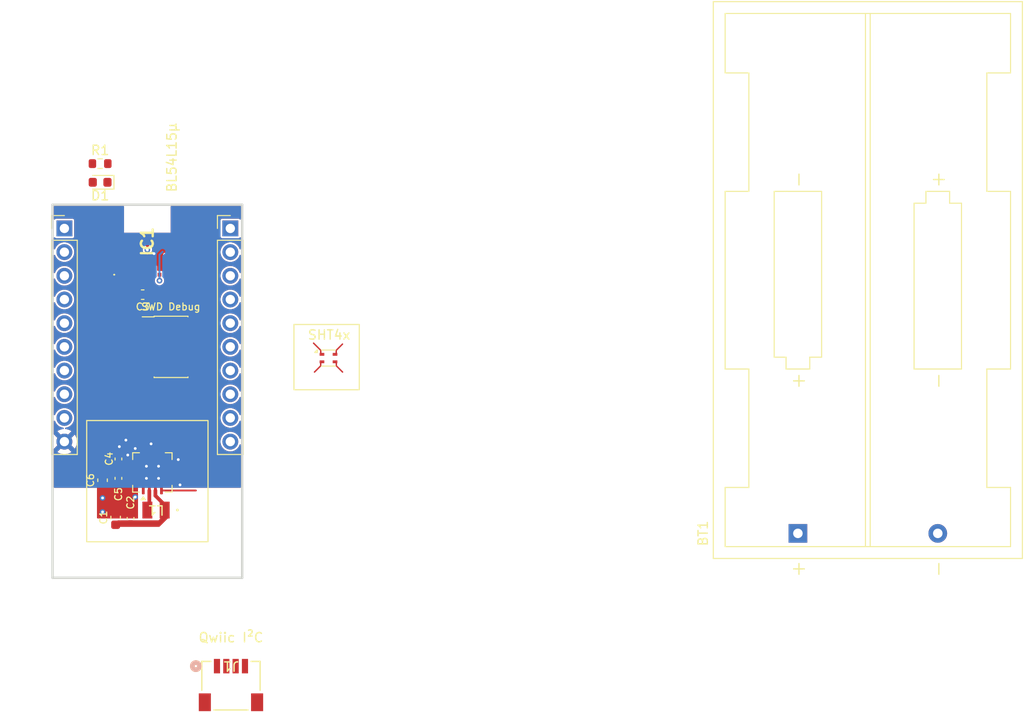
<source format=kicad_pcb>
(kicad_pcb (version 20241229) (generator "pcbnew") (generator_version "9.0")
  (layers (0 "F.Cu" signal) (2 "B.Cu" signal) (13 "F.Paste" user) (15 "B.Paste" user) (5 "F.SilkS" user "F.Silkscreen") (7 "B.SilkS" user "B.Silkscreen") (1 "F.Mask" user) (3 "B.Mask" user) (25 "Edge.Cuts" user))
  (property "REVISION" "2025v1")
  (property "TITLE" "nrf54 Hygrometer")
  (net 0 "")
  (net 1 "GND")
  (net 2 "Net-(D1-A)")
  (net 3 "/SCL")
  (net 5 "/SDA")
  (net 19 "VDD")
  (net 20 "/VBAT")
  (net 21 "/SHPHELD")
  (net 22 "VDDSW")
  (net 23 "/PG{slash}RESET")
  (net 24 "/VINT")
  (net 25 "/GPIO1")
  (net 26 "/SW")
  (net 28 "/LED")
  (net 29 "/SWO")
  (net 30 "/SWDCLK")
  (net 31 "/SWDIO")
  (net 32 "/NRESET")
  (net 49 "/P1.07")
  (net 50 "/P1.03")
  (net 51 "/P1.02")
  (net 52 "/P2.00")
  (net 53 "/P2.01")
  (net 54 "/P2.05")
  (net 55 "/P1.05")
  (net 56 "/P1.01")
  (net 57 "/P1.06")
  (net 58 "/P1.00")
  (net 59 "/GPIO0")
  (net 60 "/SYSGDEN")
  (net 61 "/P1.08")
  (footprint "Capacitor_SMD:C_0402_1005Metric" (layer "F.Cu") (at 105.79 106.8 -90)
    (property "Reference" "C5" (at 1.7 0 90) (layer "F.SilkS") (effects (font (size 0.75 0.75) (thickness 0.127) (bold yes))))
    (property "Value" "10nF")
    (fp_line (start -0.107836 0.36) (end 0.107836 0.36) (stroke (width 0.12)) (layer "F.SilkS"))
    (fp_line (start -0.107836 -0.36) (end 0.107836 -0.36) (stroke (width 0.12)) (layer "F.SilkS"))
    (pad "1" smd roundrect (at -0.48 0 270) (size 0.56 0.62) (layers "F.Cu" "F.Mask" "F.Paste") (net 24 "/VINT"))
    (pad "2" smd roundrect (at 0.48 0 270) (size 0.56 0.62) (layers "F.Cu" "F.Mask" "F.Paste") (net 1 "GND"))
  )
  (footprint "Ezurio 453-00223R:45300223R" (layer "F.Cu") (at 108.89 81.41 90)
    (property "Reference" "IC1" (at 0 0 90) (layer "F.SilkS") (effects (font (size 1.27 1.27) (thickness 0.254))))
    (property "Value" "nrf54L 453-00223R" (hide yes))
    (fp_line (start -3.55 -3.6) (end -3.55 -3.6) (stroke (width 0.1)) (layer "F.SilkS"))
    (fp_line (start -3.55 -3.5) (end -3.55 -3.5) (stroke (width 0.1)) (layer "F.SilkS"))
    (fp_line (start 3.95 -2.3) (end 3.95 2.3) (stroke (width 0.2)) (layer "F.SilkS"))
    (fp_arc (start -3.55 -3.6) (mid -3.5 -3.55) (end -3.55 -3.5) (stroke (width 0.1)) (layer "F.SilkS"))
    (fp_arc (start -3.55 -3.5) (mid -3.6 -3.55) (end -3.55 -3.6) (stroke (width 0.1)) (layer "F.SilkS"))
    (pad "1" smd rect (at -3.55 -2.75 180) (size 0.4 0.4) (layers "F.Cu" "F.Mask" "F.Paste") (net 54 "/P2.05"))
    (pad "2" smd rect (at -2.9 -2.75 180) (size 0.4 0.4) (layers "F.Cu" "F.Mask" "F.Paste") (net 52 "/P2.00"))
    (pad "3" smd rect (at -3.55 -2.1 180) (size 0.4 0.4) (layers "F.Cu" "F.Mask" "F.Paste") (net 61 "/P1.08"))
    (pad "4" smd rect (at -2.9 -2.1 180) (size 0.4 0.4) (layers "F.Cu" "F.Mask" "F.Paste") (net 1 "GND"))
    (pad "5" smd rect (at -3.55 -1.3 180) (size 0.4 0.4) (layers "F.Cu" "F.Mask" "F.Paste") (net 19 "VDD"))
    (pad "6" smd rect (at -2.9 -1.3 180) (size 0.4 0.4) (layers "F.Cu" "F.Mask" "F.Paste") (net 53 "/P2.01"))
    (pad "7" smd rect (at -3.55 -0.65 180) (size 0.4 0.4) (layers "F.Cu" "F.Mask" "F.Paste") (net 57 "/P1.06"))
    (pad "8" smd rect (at -2.9 -0.65 180) (size 0.4 0.4) (layers "F.Cu" "F.Mask" "F.Paste") (net 49 "/P1.07"))
    (pad "9" smd rect (at -3.55 0 180) (size 0.4 0.4) (layers "F.Cu" "F.Mask" "F.Paste") (net 50 "/P1.03"))
    (pad "10" smd rect (at -2.9 0 180) (size 0.4 0.4) (layers "F.Cu" "F.Mask" "F.Paste") (net 56 "/P1.01"))
    (pad "11" smd rect (at -3.55 0.65 180) (size 0.4 0.4) (layers "F.Cu" "F.Mask" "F.Paste") (net 51 "/P1.02"))
    (pad "12" smd rect (at -2.9 0.65 180) (size 0.4 0.4) (layers "F.Cu" "F.Mask" "F.Paste") (net 58 "/P1.00"))
    (pad "13" smd rect (at -3.55 1.3 180) (size 0.4 0.4) (layers "F.Cu" "F.Mask" "F.Paste") (net 29 "/SWO"))
    (pad "14" smd rect (at -2.9 1.3 180) (size 0.4 0.4) (layers "F.Cu" "F.Mask" "F.Paste") (net 1 "GND"))
    (pad "15" smd rect (at -3.55 2.1 180) (size 0.4 0.4) (layers "F.Cu" "F.Mask" "F.Paste") (net 55 "/P1.05"))
    (pad "16" smd rect (at -2.9 2.1 180) (size 0.4 0.4) (layers "F.Cu" "F.Mask" "F.Paste"))
    (pad "17" smd rect (at -3.55 2.75 180) (size 0.4 0.4) (layers "F.Cu" "F.Mask" "F.Paste") (net 3 "/SCL"))
    (pad "18" smd rect (at -2.9 2.75 180) (size 0.4 0.4) (layers "F.Cu" "F.Mask" "F.Paste") (net 5 "/SDA"))
    (pad "19" smd rect (at -2.25 2.75 180) (size 0.4 0.4) (layers "F.Cu" "F.Mask" "F.Paste"))
    (pad "20" smd rect (at -2.25 2.1 180) (size 0.4 0.4) (layers "F.Cu" "F.Mask" "F.Paste"))
    (pad "21" smd rect (at -1.6 2.75 180) (size 0.4 0.4) (layers "F.Cu" "F.Mask" "F.Paste") (net 28 "/LED"))
    (pad "22" smd rect (at -1.6 2.1 180) (size 0.4 0.4) (layers "F.Cu" "F.Mask" "F.Paste"))
    (pad "23" smd rect (at -0.95 2.75 180) (size 0.4 0.4) (layers "F.Cu" "F.Mask" "F.Paste"))
    (pad "24" smd rect (at -0.95 2.1 180) (size 0.4 0.4) (layers "F.Cu" "F.Mask" "F.Paste") (net 1 "GND"))
    (pad "25" smd rect (at -0.3 2.75 180) (size 0.4 0.4) (layers "F.Cu" "F.Mask" "F.Paste") (net 30 "/SWDCLK"))
    (pad "26" smd rect (at -0.3 2.1 180) (size 0.4 0.4) (layers "F.Cu" "F.Mask" "F.Paste"))
    (pad "27" smd rect (at 0.425 2.75 180) (size 0.4 0.4) (layers "F.Cu" "F.Mask" "F.Paste") (net 31 "/SWDIO"))
    (pad "28" smd rect (at 0.425 2.1 180) (size 0.4 0.4) (layers "F.Cu" "F.Mask" "F.Paste") (net 1 "GND"))
    (pad "29" smd rect (at -0.3 1.3 180) (size 0.4 0.4) (layers "F.Cu" "F.Mask" "F.Paste"))
    (pad "30" smd rect (at -0.3 0.65 180) (size 0.4 0.4) (layers "F.Cu" "F.Mask" "F.Paste"))
    (pad "31" smd rect (at 0.425 0.65 180) (size 0.4 0.4) (layers "F.Cu" "F.Mask" "F.Paste") (net 1 "GND"))
    (pad "32" smd rect (at -0.3 0 180) (size 0.4 0.4) (layers "F.Cu" "F.Mask" "F.Paste") (net 32 "/NRESET"))
    (pad "33" smd rect (at -0.3 -0.65 180) (size 0.4 0.4) (layers "F.Cu" "F.Mask" "F.Paste"))
    (pad "34" smd rect (at 0.425 -0.65 180) (size 0.4 0.4) (layers "F.Cu" "F.Mask" "F.Paste") (net 1 "GND"))
    (pad "35" smd rect (at -0.3 -1.3 180) (size 0.4 0.4) (layers "F.Cu" "F.Mask" "F.Paste"))
    (pad "36" smd rect (at 0.425 -2.1 180) (size 0.4 0.4) (layers "F.Cu" "F.Mask" "F.Paste") (net 1 "GND"))
    (pad "37" smd rect (at 0.425 -2.75 180) (size 0.4 0.4) (layers "F.Cu" "F.Mask" "F.Paste"))
    (pad "38" smd rect (at -0.3 -2.1 180) (size 0.4 0.4) (layers "F.Cu" "F.Mask" "F.Paste"))
    (pad "39" smd rect (at -0.3 -2.75 180) (size 0.4 0.4) (layers "F.Cu" "F.Mask" "F.Paste") (net 1 "GND"))
    (pad "40" smd rect (at -0.95 -2.1 180) (size 0.4 0.4) (layers "F.Cu" "F.Mask" "F.Paste"))
    (pad "41" smd rect (at -0.95 -2.75 180) (size 0.4 0.4) (layers "F.Cu" "F.Mask" "F.Paste"))
    (pad "42" smd rect (at -1.6 -2.1 180) (size 0.4 0.4) (layers "F.Cu" "F.Mask" "F.Paste"))
    (pad "43" smd rect (at -1.6 -2.75 180) (size 0.4 0.4) (layers "F.Cu" "F.Mask" "F.Paste"))
    (pad "44" smd rect (at -2.25 -2.1 180) (size 0.4 0.4) (layers "F.Cu" "F.Mask" "F.Paste") (net 1 "GND"))
    (pad "45" smd rect (at -2.25 -2.75 180) (size 0.4 0.4) (layers "F.Cu" "F.Mask" "F.Paste") (net 23 "/PG{slash}RESET"))
    (pad "46" smd rect (at 1.25 -2.75 180) (size 0.4 0.4) (layers "F.Cu" "F.Mask" "F.Paste") (net 1 "GND"))
    (pad "47" smd rect (at 2.4 -2.75 180) (size 0.4 0.4) (layers "F.Cu" "F.Mask" "F.Paste") (net 1 "GND"))
    (pad "48" smd rect (at 3.55 -2.75 180) (size 0.4 0.4) (layers "F.Cu" "F.Mask" "F.Paste") (net 1 "GND"))
    (pad "49" smd rect (at 1.25 2.75 180) (size 0.4 0.4) (layers "F.Cu" "F.Mask" "F.Paste") (net 1 "GND"))
    (pad "50" smd rect (at 2.4 2.75 180) (size 0.4 0.4) (layers "F.Cu" "F.Mask" "F.Paste") (net 1 "GND"))
    (pad "51" smd rect (at 3.55 2.75 180) (size 0.4 0.4) (layers "F.Cu" "F.Mask" "F.Paste") (net 1 "GND"))
    (zone (net 0) (net_name "") (layers "F.Cu" "B.Cu") (name "RF_Keepout") (connect_pads (clearance 0)) (min_thickness 0.25)
      (keepout (tracks not_allowed) (vias not_allowed) (pads not_allowed) (copperpour not_allowed) (footprints allowed))
      (fill (thermal_gap 0.5) (thermal_bridge_width 0.5))
      (polygon (pts (xy 106.39 80.46) (xy 106.39 77.46) (xy 111.39 77.46) (xy 111.39 80.46)))
    )
  )
  (footprint "LED_SMD:LED_0603_1608Metric" (layer "F.Cu") (at 103.8275 75.05 180)
    (property "Reference" "D1" (at 0 -1.43 0) (layer "F.SilkS"))
    (property "Value" "PWRLED")
    (fp_line (start 0.8 -0.735) (end -1.485 -0.735) (stroke (width 0.12)) (layer "F.SilkS"))
    (fp_line (start -1.485 0.735) (end 0.8 0.735) (stroke (width 0.12)) (layer "F.SilkS"))
    (fp_line (start -1.485 -0.735) (end -1.485 0.735) (stroke (width 0.12)) (layer "F.SilkS"))
    (pad "1" smd roundrect (at -0.7875 0 180) (size 0.875 0.95) (layers "F.Cu" "F.Mask" "F.Paste") (net 1 "GND"))
    (pad "2" smd roundrect (at 0.7875 0 180) (size 0.875 0.95) (layers "F.Cu" "F.Mask" "F.Paste") (net 2 "Net-(D1-A)"))
  )
  (footprint "CIGT201610EH2R2MNE:IND_CIGT2016_SAM" (layer "F.Cu") (at 109.8171 110.2 180)
    (property "Reference" "L1" (at 0 0 180) (layer "F.SilkS"))
    (property "Value" "2.2μH")
    (fp_circle (center -2.2987 0) (end -2.2225 0) (stroke (width 0.1524)) (fill no) (layer "F.SilkS"))
    (pad "1" smd rect (at -0.9271 0 180) (size 1.0668 1.8034) (layers "F.Cu" "F.Mask" "F.Paste") (net 20 "/VBAT"))
    (pad "2" smd rect (at 0.9271 0 180) (size 1.0668 1.8034) (layers "F.Cu" "F.Mask" "F.Paste") (net 26 "/SW"))
    (zone (net 0) (net_name "") (layer "F.Cu") (connect_pads (clearance 0)) (min_thickness 0.254)
      (keepout (tracks not_allowed) (vias not_allowed) (pads allowed) (copperpour not_allowed) (footprints allowed))
      (fill (thermal_gap 0.508) (thermal_bridge_width 0.508))
      (polygon (pts (xy 110.16 111.0509) (xy 109.4742 111.0509) (xy 109.4742 109.3491) (xy 110.16 109.3491)))
    )
  )
  (footprint "Battery:BatteryHolder_Keystone_2462_2xAA" (layer "F.Cu") (at 178.6 112.7 90)
    (property "Reference" "BT1" (at 0 -10.16 270) (layer "F.SilkS"))
    (property "Value" "Battery")
    (fp_line (start 57.02 -9.065) (end -2.69 -9.065) (stroke (width 0.12)) (layer "F.SilkS"))
    (fp_line (start -2.69 -9.065) (end -2.69 24.055) (stroke (width 0.12)) (layer "F.SilkS"))
    (fp_line (start 55.75 -7.795) (end 49.375 -7.795) (stroke (width 0.12)) (layer "F.SilkS"))
    (fp_line (start 55.75 -7.795) (end 55.75 22.785) (stroke (width 0.12)) (layer "F.SilkS"))
    (fp_line (start 49.375 -7.795) (end 49.375 -5.255) (stroke (width 0.12)) (layer "F.SilkS"))
    (fp_line (start 36.675 -7.795) (end 17.625 -7.795) (stroke (width 0.12)) (layer "F.SilkS"))
    (fp_line (start 17.625 -7.795) (end 17.625 -5.255) (stroke (width 0.12)) (layer "F.SilkS"))
    (fp_line (start 4.925 -7.795) (end -1.42 -7.795) (stroke (width 0.12)) (layer "F.SilkS"))
    (fp_line (start -1.42 -7.795) (end -1.42 22.785) (stroke (width 0.12)) (layer "F.SilkS"))
    (fp_line (start 49.375 -5.255) (end 36.675 -5.255) (stroke (width 0.12)) (layer "F.SilkS"))
    (fp_line (start 36.675 -5.255) (end 36.675 -7.795) (stroke (width 0.12)) (layer "F.SilkS"))
    (fp_line (start 4.925 -5.255) (end 4.925 -7.795) (stroke (width 0.12)) (layer "F.SilkS"))
    (fp_line (start 4.925 -5.255) (end 17.625 -5.255) (stroke (width 0.12)) (layer "F.SilkS"))
    (fp_line (start 36.675 -2.54) (end 36.675 -1.27) (stroke (width 0.12)) (layer "F.SilkS"))
    (fp_line (start 18.895 -2.54) (end 36.675 -2.54) (stroke (width 0.12)) (layer "F.SilkS"))
    (fp_line (start 36.675 -1.27) (end 36.675 2.54) (stroke (width 0.12)) (layer "F.SilkS"))
    (fp_line (start 18.895 -1.27) (end 18.895 -2.54) (stroke (width 0.12)) (layer "F.SilkS"))
    (fp_line (start 17.625 -1.27) (end 18.895 -1.27) (stroke (width 0.12)) (layer "F.SilkS"))
    (fp_line (start 18.895 1.27) (end 17.625 1.27) (stroke (width 0.12)) (layer "F.SilkS"))
    (fp_line (start 17.625 1.27) (end 17.625 -1.27) (stroke (width 0.12)) (layer "F.SilkS"))
    (fp_line (start 36.675 2.54) (end 18.895 2.54) (stroke (width 0.12)) (layer "F.SilkS"))
    (fp_line (start 18.895 2.54) (end 18.895 1.27) (stroke (width 0.12)) (layer "F.SilkS"))
    (fp_line (start -1.42 7.241) (end 55.75 7.241) (stroke (width 0.12)) (layer "F.SilkS"))
    (fp_line (start 55.75 7.749) (end -1.42 7.749) (stroke (width 0.12)) (layer "F.SilkS"))
    (fp_line (start 35.405 12.45) (end 35.405 13.72) (stroke (width 0.12)) (layer "F.SilkS"))
    (fp_line (start 17.625 12.45) (end 35.405 12.45) (stroke (width 0.12)) (layer "F.SilkS"))
    (fp_line (start 36.675 13.72) (end 36.675 16.26) (stroke (width 0.12)) (layer "F.SilkS"))
    (fp_line (start 35.405 13.72) (end 36.675 13.72) (stroke (width 0.12)) (layer "F.SilkS"))
    (fp_line (start 36.675 16.26) (end 35.405 16.26) (stroke (width 0.12)) (layer "F.SilkS"))
    (fp_line (start 35.405 16.26) (end 35.405 17.53) (stroke (width 0.12)) (layer "F.SilkS"))
    (fp_line (start 35.405 17.53) (end 17.625 17.53) (stroke (width 0.12)) (layer "F.SilkS"))
    (fp_line (start 17.625 17.53) (end 17.625 12.45) (stroke (width 0.12)) (layer "F.SilkS"))
    (fp_line (start 49.375 20.245) (end 36.675 20.245) (stroke (width 0.12)) (layer "F.SilkS"))
    (fp_line (start 17.625 20.245) (end 17.625 22.785) (stroke (width 0.12)) (layer "F.SilkS"))
    (fp_line (start 4.925 20.245) (end 17.625 20.245) (stroke (width 0.12)) (layer "F.SilkS"))
    (fp_line (start 55.75 22.785) (end 49.375 22.785) (stroke (width 0.12)) (layer "F.SilkS"))
    (fp_line (start 49.375 22.785) (end 49.375 20.245) (stroke (width 0.12)) (layer "F.SilkS"))
    (fp_line (start 36.675 22.785) (end 36.675 20.245) (stroke (width 0.12)) (layer "F.SilkS"))
    (fp_line (start 17.625 22.785) (end 36.675 22.785) (stroke (width 0.12)) (layer "F.SilkS"))
    (fp_line (start 4.925 22.785) (end 4.925 20.245) (stroke (width 0.12)) (layer "F.SilkS"))
    (fp_line (start -1.42 22.785) (end 4.925 22.785) (stroke (width 0.12)) (layer "F.SilkS"))
    (fp_line (start 57.02 24.055) (end 57.02 -9.065) (stroke (width 0.12)) (layer "F.SilkS"))
    (fp_line (start -2.69 24.055) (end 57.02 24.055) (stroke (width 0.12)) (layer "F.SilkS"))
    (fp_text user "-" (at 37.945 0 90) (layer "F.SilkS") (effects (font (size 1.5 1.5))))
    (fp_text user "+" (at 37.945 14.99 90) (layer "F.SilkS") (effects (font (size 1.5 1.5))))
    (fp_text user "-" (at -3.81 14.99 90) (layer "F.SilkS") (effects (font (size 1.5 1.5))))
    (fp_text user "+" (at 16.355 0 90) (layer "F.SilkS") (effects (font (size 1.5 1.5))))
    (fp_text user "-" (at 16.355 14.99 90) (layer "F.SilkS") (effects (font (size 1.5 1.5))))
    (fp_text user "+" (at -3.81 0 90) (layer "F.SilkS") (effects (font (size 1.5 1.5))))
    (pad "" np_thru_hole circle (at 27.165 0 90) (size 3.3 3.3) (drill 3.3) (layers "*.Cu" "*.Mask"))
    (pad "" np_thru_hole circle (at 27.165 14.99 90) (size 3.3 3.3) (drill 3.3) (layers "*.Cu" "*.Mask"))
    (pad "1" thru_hole rect (at 0 0 90) (size 2 2) (drill 1.02) (layers "*.Cu" "*.Mask") (net 20 "/VBAT"))
    (pad "2" thru_hole circle (at 0 14.99 90) (size 2 2) (drill 1.02) (layers "*.Cu" "*.Mask") (net 1 "GND"))
  )
  (footprint "Capacitor_SMD:C_0603_1608Metric" (layer "F.Cu") (at 105.49 111 90)
    (property "Reference" "C1" (at 0 -1.3 90) (layer "F.SilkS") (effects (font (size 0.75 0.75) (thickness 0.127) (bold yes))))
    (property "Value" "22μF")
    (fp_line (start -0.14058 -0.51) (end 0.14058 -0.51) (stroke (width 0.12)) (layer "F.SilkS"))
    (fp_line (start -0.14058 0.51) (end 0.14058 0.51) (stroke (width 0.12)) (layer "F.SilkS"))
    (pad "1" smd roundrect (at -0.775 0 90) (size 0.9 0.95) (layers "F.Cu" "F.Mask" "F.Paste") (net 20 "/VBAT"))
    (pad "2" smd roundrect (at 0.775 0 90) (size 0.9 0.95) (layers "F.Cu" "F.Mask" "F.Paste") (net 1 "GND"))
  )
  (footprint "Sensor_Humidity:Sensirion_DFN-4_1.5x1.5mm_P0.8mm_SHT4x_NoCentralPad" (layer "F.Cu") (at 128.3 93.9)
    (property "Reference" "U3" (hide yes))
    (property "Value" "SHT4x")
    (fp_line (start -0.75 -0.86) (end 0.75 -0.86) (stroke (width 0.12)) (layer "F.SilkS"))
    (fp_line (start -0.75 0.86) (end 0.75 0.86) (stroke (width 0.12)) (layer "F.SilkS"))
    (fp_poly (pts (xy -1.2 -0.6) (xy -1.48 -0.6) (xy -1.2 -0.88) (xy -1.2 -0.6)) (stroke (width 0.12)) (fill yes) (layer "F.SilkS"))
    (pad "1" smd rect (at -0.7 -0.4) (size 0.5 0.3) (layers "F.Cu" "F.Mask" "F.Paste") (net 5 "/SDA"))
    (pad "2" smd rect (at -0.7 0.4) (size 0.5 0.3) (layers "F.Cu" "F.Mask" "F.Paste") (net 3 "/SCL"))
    (pad "3" smd rect (at 0.7 0.4) (size 0.5 0.3) (layers "F.Cu" "F.Mask" "F.Paste") (net 22 "VDDSW"))
    (pad "4" smd rect (at 0.7 -0.4) (size 0.5 0.3) (layers "F.Cu" "F.Mask" "F.Paste") (net 1 "GND"))
    (zone (net 0) (net_name "") (layer "F.Cu") (connect_pads (clearance 0)) (min_thickness 0.254)
      (keepout (tracks not_allowed) (vias not_allowed) (pads allowed) (copperpour not_allowed) (footprints allowed))
      (fill (thermal_gap 0.508) (thermal_bridge_width 0.508))
      (polygon (pts (xy 129.05 93.35) (xy 128.75 93.35) (xy 128.75 93.65) (xy 129.05 93.65) (xy 129.05 94.15) (xy 128.75 94.15) (xy 128.75 94.45) (xy 129.05 94.45) (xy 129.05 94.65) (xy 127.55 94.65) (xy 127.55 94.45) (xy 127.85 94.45) (xy 127.85 94.15) (xy 127.55 94.15) (xy 127.55 93.65) (xy 127.85 93.65) (xy 127.85 93.35) (xy 127.55 93.35) (xy 127.55 93.15) (xy 129.05 93.15)))
    )
  )
  (footprint "Connector_PinHeader_1.27mm:PinHeader_2x05_P1.27mm_Vertical_SMD" (layer "F.Cu") (at 111.43 92.7)
    (property "Reference" "J2" (hide yes))
    (property "Value" "Conn_ARM_JTAG_SWD_10")
    (property "Field4" "SWD Debug" (at -0.03 -4.3 0) (layer "F.SilkS") (effects (font (size 0.75 0.75) (thickness 0.127))))
    (fp_line (start -3.09 -3.22) (end -1.815 -3.22) (stroke (width 0.12)) (layer "F.SilkS"))
    (fp_line (start -1.815 -3.285) (end -1.815 -3.22) (stroke (width 0.12)) (layer "F.SilkS"))
    (fp_line (start -1.815 -3.285) (end 1.815 -3.285) (stroke (width 0.12)) (layer "F.SilkS"))
    (fp_line (start -1.815 3.22) (end -1.815 3.285) (stroke (width 0.12)) (layer "F.SilkS"))
    (fp_line (start -1.815 3.285) (end 1.815 3.285) (stroke (width 0.12)) (layer "F.SilkS"))
    (fp_line (start 1.815 -3.285) (end 1.815 -3.22) (stroke (width 0.12)) (layer "F.SilkS"))
    (fp_line (start 1.815 3.22) (end 1.815 3.285) (stroke (width 0.12)) (layer "F.SilkS"))
    (pad "1" smd rect (at -1.95 -2.54) (size 2.4 0.74) (layers "F.Cu" "F.Mask" "F.Paste") (net 19 "VDD"))
    (pad "2" smd rect (at 1.95 -2.54) (size 2.4 0.74) (layers "F.Cu" "F.Mask" "F.Paste") (net 31 "/SWDIO"))
    (pad "3" smd rect (at -1.95 -1.27) (size 2.4 0.74) (layers "F.Cu" "F.Mask" "F.Paste") (net 1 "GND"))
    (pad "4" smd rect (at 1.95 -1.27) (size 2.4 0.74) (layers "F.Cu" "F.Mask" "F.Paste") (net 30 "/SWDCLK"))
    (pad "5" smd rect (at -1.95 0) (size 2.4 0.74) (layers "F.Cu" "F.Mask" "F.Paste") (net 1 "GND"))
    (pad "6" smd rect (at 1.95 0) (size 2.4 0.74) (layers "F.Cu" "F.Mask" "F.Paste") (net 29 "/SWO"))
    (pad "7" smd rect (at -1.95 1.27) (size 2.4 0.74) (layers "F.Cu" "F.Mask" "F.Paste"))
    (pad "8" smd rect (at 1.95 1.27) (size 2.4 0.74) (layers "F.Cu" "F.Mask" "F.Paste"))
    (pad "9" smd rect (at -1.95 2.54) (size 2.4 0.74) (layers "F.Cu" "F.Mask" "F.Paste") (net 1 "GND"))
    (pad "10" smd rect (at 1.95 2.54) (size 2.4 0.74) (layers "F.Cu" "F.Mask" "F.Paste") (net 32 "/NRESET"))
  )
  (footprint "Capacitor_SMD:C_0402_1005Metric" (layer "F.Cu") (at 107.09 111.1 90)
    (property "Reference" "C2" (at 1.7 0 90) (layer "F.SilkS") (effects (font (size 0.75 0.75) (thickness 0.127) (bold yes))))
    (property "Value" "10nF")
    (fp_line (start -0.107836 -0.36) (end 0.107836 -0.36) (stroke (width 0.12)) (layer "F.SilkS"))
    (fp_line (start -0.107836 0.36) (end 0.107836 0.36) (stroke (width 0.12)) (layer "F.SilkS"))
    (pad "1" smd roundrect (at -0.48 0 90) (size 0.56 0.62) (layers "F.Cu" "F.Mask" "F.Paste") (net 20 "/VBAT"))
    (pad "2" smd roundrect (at 0.48 0 90) (size 0.56 0.62) (layers "F.Cu" "F.Mask" "F.Paste") (net 1 "GND"))
  )
  (footprint "Capacitor_SMD:C_0603_1608Metric" (layer "F.Cu") (at 108.39 87.1)
    (property "Reference" "C3" (at 0 1.3 0) (layer "F.SilkS") (effects (font (size 0.75 0.75) (thickness 0.127) (bold yes))))
    (property "Value" "10uF")
    (fp_line (start -0.14058 -0.51) (end 0.14058 -0.51) (stroke (width 0.12)) (layer "F.SilkS"))
    (fp_line (start -0.14058 0.51) (end 0.14058 0.51) (stroke (width 0.12)) (layer "F.SilkS"))
    (pad "1" smd roundrect (at -0.775 0) (size 0.9 0.95) (layers "F.Cu" "F.Mask" "F.Paste") (net 19 "VDD"))
    (pad "2" smd roundrect (at 0.775 0) (size 0.9 0.95) (layers "F.Cu" "F.Mask" "F.Paste") (net 1 "GND"))
  )
  (footprint "SM04B_SRSS_TB:CONN_SM04B-SRSS-TB_JST" (layer "F.Cu") (at 117.850001 129.033499 180)
    (property "Reference" "J1" (at 0 2.0985 180) (layer "F.SilkS"))
    (property "Value" "Conn_Qwiic")
    (fp_line (start 3.1242 2.6035) (end 3.1242 -0.491261) (stroke (width 0.1524)) (layer "F.SilkS"))
    (fp_line (start 2.16294 2.6035) (end 3.1242 2.6035) (stroke (width 0.1524)) (layer "F.SilkS"))
    (fp_line (start 1.819559 -2.6035) (end -1.819559 -2.6035) (stroke (width 0.1524)) (layer "F.SilkS"))
    (fp_line (start -3.1242 2.6035) (end -2.16294 2.6035) (stroke (width 0.1524)) (layer "F.SilkS"))
    (fp_line (start -3.1242 -0.491261) (end -3.1242 2.6035) (stroke (width 0.1524)) (layer "F.SilkS"))
    (fp_circle (center 3.7592 2.0985) (end 4.1402 2.0985) (stroke (width 0.508)) (fill no) (layer "F.SilkS"))
    (fp_circle (center 3.7592 2.0985) (end 4.1402 2.0985) (stroke (width 0.508)) (fill no) (layer "B.SilkS"))
    (pad "1" smd rect (at 1.5 2.0985 180) (size 0.6604 1.5494) (layers "F.Cu" "F.Mask" "F.Paste") (net 1 "GND"))
    (pad "2" smd rect (at 0.499999 2.0985 180) (size 0.6604 1.5494) (layers "F.Cu" "F.Mask" "F.Paste") (net 22 "VDDSW"))
    (pad "3" smd rect (at -0.499999 2.0985 180) (size 0.6604 1.5494) (layers "F.Cu" "F.Mask" "F.Paste") (net 5 "/SDA"))
    (pad "4" smd rect (at -1.5 2.0985 180) (size 0.6604 1.5494) (layers "F.Cu" "F.Mask" "F.Paste") (net 3 "/SCL"))
    (pad "5" smd rect (at -2.799999 -1.776501 270) (size 1.905 1.2954) (layers "F.Cu" "F.Mask" "F.Paste") (net 1 "GND"))
    (pad "6" smd rect (at 2.799999 -1.776501 270) (size 1.905 1.2954) (layers "F.Cu" "F.Mask" "F.Paste") (net 1 "GND"))
  )
  (footprint "Capacitor_SMD:C_0402_1005Metric" (layer "F.Cu") (at 105.79 104.72 90)
    (property "Reference" "C4" (at 0.02 -1 90) (layer "F.SilkS") (effects (font (size 0.75 0.75) (thickness 0.127) (bold yes))))
    (property "Value" "2.2μF")
    (fp_line (start -0.107836 -0.36) (end 0.107836 -0.36) (stroke (width 0.12)) (layer "F.SilkS"))
    (fp_line (start -0.107836 0.36) (end 0.107836 0.36) (stroke (width 0.12)) (layer "F.SilkS"))
    (pad "1" smd roundrect (at -0.48 0 90) (size 0.56 0.62) (layers "F.Cu" "F.Mask" "F.Paste") (net 19 "VDD"))
    (pad "2" smd roundrect (at 0.48 0 90) (size 0.56 0.62) (layers "F.Cu" "F.Mask" "F.Paste") (net 1 "GND"))
  )
  (footprint "Capacitor_SMD:C_0603_1608Metric" (layer "F.Cu") (at 104.09 107 -90)
    (property "Reference" "C6" (at 0 1.3 90) (layer "F.SilkS") (effects (font (size 0.75 0.75) (thickness 0.127) (bold yes))))
    (property "Value" "22μF")
    (fp_line (start -0.14058 0.51) (end 0.14058 0.51) (stroke (width 0.12)) (layer "F.SilkS"))
    (fp_line (start -0.14058 -0.51) (end 0.14058 -0.51) (stroke (width 0.12)) (layer "F.SilkS"))
    (pad "1" smd roundrect (at -0.775 0 270) (size 0.9 0.95) (layers "F.Cu" "F.Mask" "F.Paste") (net 24 "/VINT"))
    (pad "2" smd roundrect (at 0.775 0 270) (size 0.9 0.95) (layers "F.Cu" "F.Mask" "F.Paste") (net 1 "GND"))
  )
  (footprint "Connector_PinHeader_2.54mm:PinHeader_1x10_P2.54mm_Vertical" (layer "F.Cu") (at 100 80)
    (property "Reference" "J3" (hide yes))
    (property "Value" "Conn_01x10_Pin")
    (fp_line (start -1.38 -1.38) (end 0 -1.38) (stroke (width 0.12)) (layer "F.SilkS"))
    (fp_line (start -1.38 0) (end -1.38 -1.38) (stroke (width 0.12)) (layer "F.SilkS"))
    (fp_line (start -1.38 1.27) (end -1.38 24.24) (stroke (width 0.12)) (layer "F.SilkS"))
    (fp_line (start -1.38 1.27) (end 1.38 1.27) (stroke (width 0.12)) (layer "F.SilkS"))
    (fp_line (start -1.38 24.24) (end 1.38 24.24) (stroke (width 0.12)) (layer "F.SilkS"))
    (fp_line (start 1.38 1.27) (end 1.38 24.24) (stroke (width 0.12)) (layer "F.SilkS"))
    (pad "1" thru_hole rect (at 0 0) (size 1.7 1.7) (drill 1) (layers "*.Cu" "*.Mask"))
    (pad "2" thru_hole circle (at 0 2.54) (size 1.7 1.7) (drill 1) (layers "*.Cu" "*.Mask"))
    (pad "3" thru_hole circle (at 0 5.08) (size 1.7 1.7) (drill 1) (layers "*.Cu" "*.Mask"))
    (pad "4" thru_hole circle (at 0 7.62) (size 1.7 1.7) (drill 1) (layers "*.Cu" "*.Mask"))
    (pad "5" thru_hole circle (at 0 10.16) (size 1.7 1.7) (drill 1) (layers "*.Cu" "*.Mask"))
    (pad "6" thru_hole circle (at 0 12.7) (size 1.7 1.7) (drill 1) (layers "*.Cu" "*.Mask"))
    (pad "7" thru_hole circle (at 0 15.24) (size 1.7 1.7) (drill 1) (layers "*.Cu" "*.Mask"))
    (pad "8" thru_hole circle (at 0 17.78) (size 1.7 1.7) (drill 1) (layers "*.Cu" "*.Mask"))
    (pad "9" thru_hole circle (at 0 20.32) (size 1.7 1.7) (drill 1) (layers "*.Cu" "*.Mask"))
    (pad "10" thru_hole circle (at 0 22.86) (size 1.7 1.7) (drill 1) (layers "*.Cu" "*.Mask") (net 1 "GND"))
  )
  (footprint "Package_DFN_QFN:UQFN-16-1EP_4x4mm_P0.65mm_EP2.6x2.6mm" (layer "F.Cu") (at 109.4275 106.165 90)
    (property "Reference" "U2" (hide yes))
    (property "Value" "nPM2100-QEXX")
    (property "Description" "" (at 4.365 -0.6375 180) (layer "F.SilkS"))
    (fp_line (start 2.11 -2.11) (end 2.11 -1.385) (stroke (width 0.12)) (layer "F.SilkS"))
    (fp_line (start 1.385 -2.11) (end 2.11 -2.11) (stroke (width 0.12)) (layer "F.SilkS"))
    (fp_line (start -2.11 -2.11) (end -1.385 -2.11) (stroke (width 0.12)) (layer "F.SilkS"))
    (fp_line (start -2.11 -1.385) (end -2.11 -2.11) (stroke (width 0.12)) (layer "F.SilkS"))
    (fp_line (start 2.11 1.385) (end 2.11 2.11) (stroke (width 0.12)) (layer "F.SilkS"))
    (fp_line (start 2.11 2.11) (end 1.385 2.11) (stroke (width 0.12)) (layer "F.SilkS"))
    (fp_line (start -1.385 2.11) (end -2.11 2.11) (stroke (width 0.12)) (layer "F.SilkS"))
    (fp_line (start -2.11 2.11) (end -2.11 1.385) (stroke (width 0.12)) (layer "F.SilkS"))
    (fp_poly (pts (xy -2.61 -0.98) (xy -2.94 -0.74) (xy -2.94 -1.22)) (stroke (width 0.12)) (fill yes) (layer "F.SilkS"))
    (pad "1" smd roundrect (at -1.9375 -0.975 90) (size 0.825 0.3) (layers "F.Cu" "F.Mask" "F.Paste"))
    (pad "2" smd roundrect (at -1.9375 -0.325 90) (size 0.825 0.3) (layers "F.Cu" "F.Mask" "F.Paste") (net 26 "/SW"))
    (pad "3" smd roundrect (at -1.9375 0.325 90) (size 0.825 0.3) (layers "F.Cu" "F.Mask" "F.Paste") (net 20 "/VBAT"))
    (pad "4" smd roundrect (at -1.9375 0.975 90) (size 0.825 0.3) (layers "F.Cu" "F.Mask" "F.Paste") (net 21 "/SHPHELD"))
    (pad "5" smd roundrect (at -0.975 1.9375 90) (size 0.3 0.825) (layers "F.Cu" "F.Mask" "F.Paste") (net 59 "/GPIO0"))
    (pad "6" smd roundrect (at -0.325 1.9375 90) (size 0.3 0.825) (layers "F.Cu" "F.Mask" "F.Paste") (net 5 "/SDA"))
    (pad "7" smd roundrect (at 0.325 1.9375 90) (size 0.3 0.825) (layers "F.Cu" "F.Mask" "F.Paste") (net 3 "/SCL"))
    (pad "8" smd roundrect (at 0.975 1.9375 90) (size 0.3 0.825) (layers "F.Cu" "F.Mask" "F.Paste") (net 60 "/SYSGDEN"))
    (pad "9" smd roundrect (at 1.9375 0.975 90) (size 0.825 0.3) (layers "F.Cu" "F.Mask" "F.Paste") (net 25 "/GPIO1"))
    (pad "10" smd roundrect (at 1.9375 0.325 90) (size 0.825 0.3) (layers "F.Cu" "F.Mask" "F.Paste") (net 23 "/PG{slash}RESET"))
    (pad "11" smd roundrect (at 1.9375 -0.325 90) (size 0.825 0.3) (layers "F.Cu" "F.Mask" "F.Paste") (net 1 "GND"))
    (pad "12" smd roundrect (at 1.9375 -0.975 90) (size 0.825 0.3) (layers "F.Cu" "F.Mask" "F.Paste") (net 22 "VDDSW"))
    (pad "13" smd roundrect (at 0.975 -1.9375 90) (size 0.3 0.825) (layers "F.Cu" "F.Mask" "F.Paste") (net 19 "VDD"))
    (pad "14" smd roundrect (at 0.325 -1.9375 90) (size 0.3 0.825) (layers "F.Cu" "F.Mask" "F.Paste") (net 24 "/VINT"))
    (pad "15" smd roundrect (at -0.325 -1.9375 90) (size 0.3 0.825) (layers "F.Cu" "F.Mask" "F.Paste") (net 24 "/VINT"))
    (pad "16" smd roundrect (at -0.975 -1.9375 90) (size 0.3 0.825) (layers "F.Cu" "F.Mask" "F.Paste") (net 1 "GND"))
    (pad "17" smd rect (at 0 0 90) (size 2.6 2.6) (property pad_prop_heatsink) (layers "F.Cu" "F.Mask") (net 1 "GND"))
  )
  (footprint "Resistor_SMD:R_0603_1608Metric" (layer "F.Cu") (at 103.8275 73.05)
    (property "Reference" "R1" (at 0 -1.43 0) (layer "F.SilkS"))
    (property "Value" "2K")
    (fp_line (start -0.237258 -0.5225) (end 0.237258 -0.5225) (stroke (width 0.12)) (layer "F.SilkS"))
    (fp_line (start -0.237258 0.5225) (end 0.237258 0.5225) (stroke (width 0.12)) (layer "F.SilkS"))
    (pad "1" smd roundrect (at -0.825 0) (size 0.8 0.95) (layers "F.Cu" "F.Mask" "F.Paste") (net 28 "/LED"))
    (pad "2" smd roundrect (at 0.825 0) (size 0.8 0.95) (layers "F.Cu" "F.Mask" "F.Paste") (net 2 "Net-(D1-A)"))
  )
  (footprint "Connector_PinHeader_2.54mm:PinHeader_1x10_P2.54mm_Vertical" (layer "F.Cu") (at 117.78 80)
    (property "Reference" "J4" (hide yes))
    (property "Value" "Conn_01x10_Pin")
    (fp_line (start -1.38 -1.38) (end 0 -1.38) (stroke (width 0.12)) (layer "F.SilkS"))
    (fp_line (start -1.38 0) (end -1.38 -1.38) (stroke (width 0.12)) (layer "F.SilkS"))
    (fp_line (start -1.38 1.27) (end -1.38 24.24) (stroke (width 0.12)) (layer "F.SilkS"))
    (fp_line (start -1.38 1.27) (end 1.38 1.27) (stroke (width 0.12)) (layer "F.SilkS"))
    (fp_line (start -1.38 24.24) (end 1.38 24.24) (stroke (width 0.12)) (layer "F.SilkS"))
    (fp_line (start 1.38 1.27) (end 1.38 24.24) (stroke (width 0.12)) (layer "F.SilkS"))
    (pad "1" thru_hole rect (at 0 0) (size 1.7 1.7) (drill 1) (layers "*.Cu" "*.Mask") (net 32 "/NRESET"))
    (pad "2" thru_hole circle (at 0 2.54) (size 1.7 1.7) (drill 1) (layers "*.Cu" "*.Mask") (net 31 "/SWDIO"))
    (pad "3" thru_hole circle (at 0 5.08) (size 1.7 1.7) (drill 1) (layers "*.Cu" "*.Mask") (net 30 "/SWDCLK"))
    (pad "4" thru_hole circle (at 0 7.62) (size 1.7 1.7) (drill 1) (layers "*.Cu" "*.Mask") (net 29 "/SWO"))
    (pad "5" thru_hole circle (at 0 10.16) (size 1.7 1.7) (drill 1) (layers "*.Cu" "*.Mask") (net 28 "/LED"))
    (pad "6" thru_hole circle (at 0 12.7) (size 1.7 1.7) (drill 1) (layers "*.Cu" "*.Mask") (net 5 "/SDA"))
    (pad "7" thru_hole circle (at 0 15.24) (size 1.7 1.7) (drill 1) (layers "*.Cu" "*.Mask") (net 3 "/SCL"))
    (pad "8" thru_hole circle (at 0 17.78) (size 1.7 1.7) (drill 1) (layers "*.Cu" "*.Mask"))
    (pad "9" thru_hole circle (at 0 20.32) (size 1.7 1.7) (drill 1) (layers "*.Cu" "*.Mask"))
    (pad "10" thru_hole circle (at 0 22.86) (size 1.7 1.7) (drill 1) (layers "*.Cu" "*.Mask"))
  )
  (gr_rect (start 102.39 100.6) (end 115.39 113.6) (stroke (width 0.127)) (fill no) (layer "F.SilkS"))
  (gr_rect (start 124.6 90.3) (end 131.6 97.3) (stroke (width 0.127)) (fill no) (layer "F.SilkS"))
  (gr_line (start 119.05 77.46) (end 119.05 117.46) (stroke (width 0.254)) (layer "Edge.Cuts"))
  (gr_line (start 98.73 117.46) (end 119.05 117.46) (stroke (width 0.254)) (layer "Edge.Cuts"))
  (gr_line (start 98.73 77.46) (end 119.05 77.46) (stroke (width 0.254)) (layer "Edge.Cuts"))
  (gr_line (start 98.73 77.46) (end 98.73 117.46) (stroke (width 0.254)) (layer "Edge.Cuts"))
  (gr_text "SHT4x" (at 126 92 0) (layer "F.SilkS") (effects (font (size 1 1)) (justify left bottom)))
  (gr_text "Qwiic I²C" (at 114.3 124.46 0) (layer "F.SilkS") (effects (font (size 1 1)) (justify left bottom)))
  (gr_text "BL54L15μ" (at 112.1 76.2 90) (layer "F.SilkS") (effects (font (size 1 1)) (justify left bottom)))
  (segment (start 129.1272 93.381978) (end 129.1272 93.0728) (width 0.1524) (layer "F.Cu") (net 1))
  (segment (start 129.009178 93.5) (end 129.1272 93.381978) (width 0.1524) (layer "F.Cu") (net 1))
  (segment (start 129.1272 93.0728) (end 129.8 92.4) (width 0.1524) (layer "F.Cu") (net 1))
  (segment (start 129 93.5) (end 129.009178 93.5) (width 0.1524) (layer "F.Cu") (net 1))
  (via (at 112.2 104.79) (size 0.6) (drill 0.3) (layers "F.Cu" "B.Cu") (net 1))
  (via (at 104.09 108.9) (size 0.6) (drill 0.3) (layers "F.Cu" "B.Cu") (net 1))
  (via (at 110.09 106.8) (size 0.6) (drill 0.3) (layers "F.Cu" "B.Cu") (net 1))
  (via (at 106.79 104.3) (size 0.6) (drill 0.3) (layers "F.Cu" "B.Cu") (net 1))
  (via (at 108.79 105.5) (size 0.6) (drill 0.3) (layers "F.Cu" "B.Cu") (net 1))
  (via (at 110.09 105.5) (size 0.6) (drill 0.3) (layers "F.Cu" "B.Cu") (net 1))
  (via (at 107.59 108.8) (size 0.6) (drill 0.3) (layers "F.Cu" "B.Cu") (net 1))
  (via (at 112.39 107.5) (size 0.6) (drill 0.3) (layers "F.Cu" "B.Cu") (net 1))
  (via (at 104.09 110.4) (size 0.6) (drill 0.3) (layers "F.Cu" "B.Cu") (net 1))
  (via (at 106.59 102.7) (size 0.6) (drill 0.3) (layers "F.Cu" "B.Cu") (net 1))
  (via (at 109.604475 82.698999) (size 0.6) (drill 0.3) (layers "F.Cu" "B.Cu") (net 1))
  (via (at 109.29 103.1) (size 0.6) (drill 0.3) (layers "F.Cu" "B.Cu") (net 1))
  (via (at 108.79 106.8) (size 0.6) (drill 0.3) (layers "F.Cu" "B.Cu") (net 1))
  (via (at 105.89 103.4) (size 0.6) (drill 0.3) (layers "F.Cu" "B.Cu") (net 1))
  (via (at 107.59 103.6) (size 0.6) (drill 0.3) (layers "F.Cu" "B.Cu") (net 1))
  (segment (start 111.365 105.84) (end 111.515 105.99) (width 0.2) (layer "F.Cu") (net 3))
  (segment (start 111.515 105.99) (end 113.6 105.99) (width 0.2) (layer "F.Cu") (net 3))
  (segment (start 127.464207 94.426615) (end 127.464207 94.735793) (width 0.1524) (layer "F.Cu") (net 3))
  (segment (start 127.6 94.3) (end 127.590822 94.3) (width 0.1524) (layer "F.Cu") (net 3))
  (segment (start 127.464207 94.735793) (end 126.8 95.4) (width 0.1524) (layer "F.Cu") (net 3))
  (segment (start 127.590822 94.3) (end 127.464207 94.426615) (width 0.1524) (layer "F.Cu") (net 3))
  (segment (start 111.365 106.49) (end 111.464 106.391) (width 0.2) (layer "F.Cu") (net 5))
  (segment (start 111.464 106.391) (end 113.7661 106.391) (width 0.2) (layer "F.Cu") (net 5))
  (segment (start 127.590822 93.5) (end 127.4728 93.381978) (width 0.1524) (layer "F.Cu") (net 5))
  (segment (start 127.4728 93.0728) (end 126.7 92.3) (width 0.1524) (layer "F.Cu") (net 5))
  (segment (start 127.6 93.5) (end 127.590822 93.5) (width 0.1524) (layer "F.Cu") (net 5))
  (segment (start 127.4728 93.381978) (end 127.4728 93.0728) (width 0.1524) (layer "F.Cu") (net 5))
  (segment (start 107.59 84.96) (end 107.59 87.075) (width 0.4) (layer "F.Cu") (net 19))
  (segment (start 107.59 87.075) (end 107.615 87.1) (width 0.4) (layer "F.Cu") (net 19))
  (segment (start 107.49 105.19) (end 105.8 105.19) (width 0.4) (layer "F.Cu") (net 19))
  (segment (start 105.8 105.19) (end 105.79 105.2) (width 0.4) (layer "F.Cu") (net 19))
  (segment (start 110.7442 111.0458) (end 110.21 111.58) (width 0.4) (layer "F.Cu") (net 20))
  (segment (start 109.7525 108.657342) (end 110.7442 109.649042) (width 0.4) (layer "F.Cu") (net 20))
  (segment (start 105.685 111.58) (end 105.49 111.775) (width 0.4) (layer "F.Cu") (net 20))
  (segment (start 110.7442 109.649042) (end 110.7442 110.2) (width 0.4) (layer "F.Cu") (net 20))
  (segment (start 110.21 111.58) (end 107.09 111.58) (width 0.4) (layer "F.Cu") (net 20))
  (segment (start 110.7442 110.2) (end 110.7442 111.0458) (width 0.4) (layer "F.Cu") (net 20))
  (segment (start 107.09 111.58) (end 105.685 111.58) (width 0.4) (layer "F.Cu") (net 20))
  (segment (start 109.7525 108.1025) (end 109.7525 108.657342) (width 0.4) (layer "F.Cu") (net 20))
  (segment (start 110.4025 108.1025) (end 114.0875 108.1025) (width 0.2) (layer "F.Cu") (net 21))
  (segment (start 129 94.3) (end 129.009178 94.3) (width 0.1524) (layer "F.Cu") (net 22))
  (segment (start 129.1418 94.432622) (end 129.1418 94.735793) (width 0.1524) (layer "F.Cu") (net 22))
  (segment (start 129.009178 94.3) (end 129.1418 94.432622) (width 0.1524) (layer "F.Cu") (net 22))
  (segment (start 129.1418 94.735793) (end 129.806007 95.4) (width 0.1524) (layer "F.Cu") (net 22))
  (segment (start 109.7525 104.2275) (end 109.7525 103.5375) (width 0.2) (layer "F.Cu") (net 23))
  (segment (start 109.7525 103.5375) (end 110.39 102.9) (width 0.2) (layer "F.Cu") (net 23))
  (segment (start 110.39 102.9) (end 110.99 102.9) (width 0.2) (layer "F.Cu") (net 23))
  (segment (start 110.4025 104.2275) (end 110.44 104.19) (width 0.2) (layer "F.Cu") (net 25))
  (segment (start 110.44 104.19) (end 113.825 104.19) (width 0.2) (layer "F.Cu") (net 25))
  (segment (start 109.1025 109.9875) (end 108.89 110.2) (width 0.4) (layer "F.Cu") (net 26))
  (segment (start 109.1025 108.1025) (end 109.1025 109.9875) (width 0.4) (layer "F.Cu") (net 26))
  (segment (start 110.19 85.6) (end 110.19 84.96) (width 0.2) (layer "F.Cu") (net 29))
  (via (at 110.19 85.6) (size 0.6) (drill 0.3) (layers "F.Cu" "B.Cu") (net 29))
  (segment (start 110.19 82.83) (end 110.19 85.6) (width 0.2) (layer "B.Cu") (net 29))
  (segment (start 110.52 82.5) (end 110.19 82.83) (width 0.2) (layer "B.Cu") (net 29))
  (segment (start 108.89 82.299999) (end 108.889999 82.3) (width 0.2) (layer "F.Cu") (net 32))
  (segment (start 108.89 81.71) (end 108.89 82.299999) (width 0.2) (layer "F.Cu") (net 32))
  (via (at 108.889999 82.3) (size 0.6) (drill 0.3) (layers "F.Cu" "B.Cu") (net 32))
  (segment (start 108.889999 82.3) (end 109.090999 82.099) (width 0.2) (layer "B.Cu") (net 32))
  (segment (start 111.365 107.14) (end 111.900057 107.14) (width 0.2) (layer "F.Cu") (net 59))
  (segment (start 111.900057 107.14) (end 112.150057 106.89) (width 0.2) (layer "F.Cu") (net 59))
  (segment (start 112.150057 106.89) (end 114.1 106.89) (width 0.2) (layer "F.Cu") (net 59))
  (segment (start 111.365 105.19) (end 111.565 105.39) (width 0.2) (layer "F.Cu") (net 60))
  (segment (start 111.565 105.39) (end 114.7 105.39) (width 0.2) (layer "F.Cu") (net 60))
  (zone (net 20) (net_name "/VBAT") (layer "F.Cu") (priority 1) (connect_pads thru_hole_only (clearance 0.1524)) (min_thickness 0.1524) (fill yes (thermal_gap 0.5) (thermal_bridge_width 0.5))
    (polygon (pts (xy 110.09 111.3) (xy 110.49 110.9) (xy 111.29 110.9) (xy 110.17998 112) (xy 105.67998 112) (xy 105.67998 111.3)))
  )
  (zone (net 22) (net_name "VDDSW") (layer "F.Cu") (priority 1) (connect_pads thru_hole_only (clearance 0.1524)) (min_thickness 0.1524) (fill yes (thermal_gap 0.5) (thermal_bridge_width 0.5))
    (polygon (pts (xy 108.79 101.8) (xy 108.79 104.8) (xy 107.89 104.8) (xy 107.89 101.8)))
  )
  (zone (net 0) (net_name "") (layer "F.Cu") (connect_pads thru_hole_only (clearance 0)) (min_thickness 0.1524)
    (keepout (tracks allowed) (vias allowed) (pads allowed) (copperpour not_allowed) (footprints allowed))
    (fill (thermal_gap 0.5) (thermal_bridge_width 0.5))
    (polygon (pts (xy 103.27998 111.1) (xy 106.37998 111.1) (xy 106.37998 111.3) (xy 103.27998 111.3)))
  )
  (zone (net 1) (net_name "GND") (layer "F.Cu") (priority 1) (connect_pads thru_hole_only (clearance 0.1524)) (min_thickness 0.1524) (fill yes (thermal_gap 0.5) (thermal_bridge_width 0.5))
    (polygon (pts (xy 103.39 106.8) (xy 108.09 106.8) (xy 108.09 111.1) (xy 103.39 111.1)))
  )
  (zone (net 0) (net_name "") (layer "F.Cu") (connect_pads thru_hole_only (clearance 0)) (min_thickness 0.1524)
    (keepout (tracks allowed) (vias allowed) (pads allowed) (copperpour not_allowed) (footprints allowed))
    (fill (thermal_gap 0.5) (thermal_bridge_width 0.5))
    (polygon (pts (xy 103.49 106.788496) (xy 103.49 111.3) (xy 103.29 111.3) (xy 103.29 106.788496)))
  )
  (zone (net 24) (net_name "/VINT") (layer "F.Cu") (priority 1) (connect_pads thru_hole_only (clearance 0.1524)) (min_thickness 0.1524) (fill yes (thermal_gap 0.5) (thermal_bridge_width 0.5))
    (polygon (pts (xy 107.89 105.6) (xy 107.89 106.8) (xy 103.49 106.8) (xy 103.49 105.6)))
  )
  (zone (net 19) (net_name "VDD") (layer "F.Cu") (priority 1) (connect_pads thru_hole_only (clearance 0.1524)) (min_thickness 0.1524) (fill yes (thermal_gap 0.5) (thermal_bridge_width 0.5))
    (polygon (pts (xy 107.89 104.8) (xy 107.89 105.5) (xy 103.49 105.5) (xy 103.49 104.8)))
  )
  (zone (net 1) (net_name "GND") (layer "F.Cu") (priority 1) (connect_pads thru_hole_only (clearance 0.1524)) (min_thickness 0.1524) (fill yes (thermal_gap 0.5) (thermal_bridge_width 0.5))
    (polygon (pts (xy 105.09 101.8) (xy 107.89 101.8) (xy 107.89 104.7) (xy 105.09 104.7)))
  )
  (zone (net 0) (net_name "") (layer "F.Cu") (connect_pads thru_hole_only (clearance 0)) (min_thickness 0.1524)
    (keepout (tracks allowed) (vias allowed) (pads allowed) (copperpour not_allowed) (footprints allowed))
    (fill (thermal_gap 0.5) (thermal_bridge_width 0.5))
    (polygon (pts (xy 107.89 111.2) (xy 107.89 106.8) (xy 108.09 106.8) (xy 108.09 111.2)))
  )
  (zone (net 1) (net_name "GND") (layers "F.Cu" "B.Cu") (name "GND FLOOD") (connect_pads thru_hole_only (clearance 0.1524)) (min_thickness 0.1524) (fill yes (thermal_gap 0.5) (thermal_bridge_width 0.5))
    (polygon (pts (xy 93.1 72.9) (xy 136.7 72.9) (xy 136.7 114.3) (xy 93.1 114.3)))
  )
)
</source>
